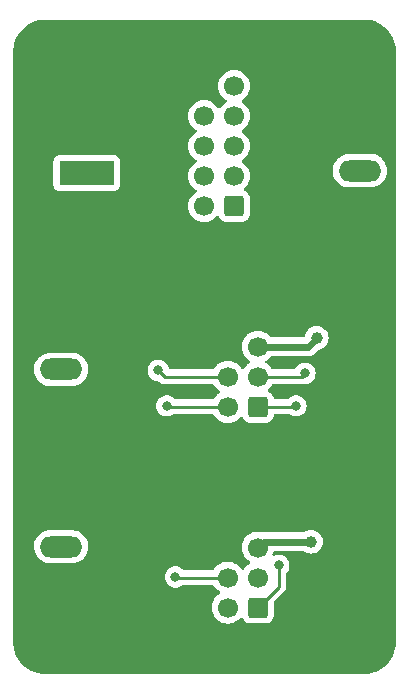
<source format=gbr>
%TF.GenerationSoftware,KiCad,Pcbnew,(7.0.0)*%
%TF.CreationDate,2023-04-03T13:39:18+09:00*%
%TF.ProjectId,STEP800_brakeConverter,53544550-3830-4305-9f62-72616b65436f,rev?*%
%TF.SameCoordinates,Original*%
%TF.FileFunction,Copper,L2,Bot*%
%TF.FilePolarity,Positive*%
%FSLAX46Y46*%
G04 Gerber Fmt 4.6, Leading zero omitted, Abs format (unit mm)*
G04 Created by KiCad (PCBNEW (7.0.0)) date 2023-04-03 13:39:18*
%MOMM*%
%LPD*%
G01*
G04 APERTURE LIST*
G04 Aperture macros list*
%AMRoundRect*
0 Rectangle with rounded corners*
0 $1 Rounding radius*
0 $2 $3 $4 $5 $6 $7 $8 $9 X,Y pos of 4 corners*
0 Add a 4 corners polygon primitive as box body*
4,1,4,$2,$3,$4,$5,$6,$7,$8,$9,$2,$3,0*
0 Add four circle primitives for the rounded corners*
1,1,$1+$1,$2,$3*
1,1,$1+$1,$4,$5*
1,1,$1+$1,$6,$7*
1,1,$1+$1,$8,$9*
0 Add four rect primitives between the rounded corners*
20,1,$1+$1,$2,$3,$4,$5,0*
20,1,$1+$1,$4,$5,$6,$7,0*
20,1,$1+$1,$6,$7,$8,$9,0*
20,1,$1+$1,$8,$9,$2,$3,0*%
G04 Aperture macros list end*
%TA.AperFunction,ComponentPad*%
%ADD10C,3.600000*%
%TD*%
%TA.AperFunction,ConnectorPad*%
%ADD11C,6.400000*%
%TD*%
%TA.AperFunction,ComponentPad*%
%ADD12R,4.600000X2.000000*%
%TD*%
%TA.AperFunction,ComponentPad*%
%ADD13O,4.200000X2.000000*%
%TD*%
%TA.AperFunction,ComponentPad*%
%ADD14O,2.000000X4.200000*%
%TD*%
%TA.AperFunction,ComponentPad*%
%ADD15RoundRect,0.250000X0.600000X0.600000X-0.600000X0.600000X-0.600000X-0.600000X0.600000X-0.600000X0*%
%TD*%
%TA.AperFunction,ComponentPad*%
%ADD16C,1.700000*%
%TD*%
%TA.AperFunction,ComponentPad*%
%ADD17RoundRect,0.250000X-1.550000X0.650000X-1.550000X-0.650000X1.550000X-0.650000X1.550000X0.650000X0*%
%TD*%
%TA.AperFunction,ComponentPad*%
%ADD18O,3.600000X1.800000*%
%TD*%
%TA.AperFunction,ComponentPad*%
%ADD19RoundRect,0.250000X1.550000X-0.650000X1.550000X0.650000X-1.550000X0.650000X-1.550000X-0.650000X0*%
%TD*%
%TA.AperFunction,ViaPad*%
%ADD20C,0.800000*%
%TD*%
%TA.AperFunction,ViaPad*%
%ADD21C,1.000000*%
%TD*%
%TA.AperFunction,Conductor*%
%ADD22C,0.250000*%
%TD*%
%TA.AperFunction,Conductor*%
%ADD23C,1.000000*%
%TD*%
%TA.AperFunction,Conductor*%
%ADD24C,0.600000*%
%TD*%
G04 APERTURE END LIST*
D10*
%TO.P,H1,1,1*%
%TO.N,GND*%
X84000000Y-136000000D03*
D11*
X84000000Y-136000000D03*
%TD*%
D12*
%TO.P,J4,1*%
%TO.N,Net-(J5-Pin_2)*%
X86499999Y-97299999D03*
D13*
%TO.P,J4,2*%
%TO.N,GND*%
X86499999Y-90999999D03*
D14*
%TO.P,J4,3*%
X81699999Y-94399999D03*
%TD*%
D10*
%TO.P,H3,1,1*%
%TO.N,GND*%
X84000000Y-103000000D03*
D11*
X84000000Y-103000000D03*
%TD*%
%TO.P,H2,1,1*%
%TO.N,GND*%
X109000000Y-88000000D03*
D10*
X109000000Y-88000000D03*
%TD*%
D15*
%TO.P,J3,1,Pin_1*%
%TO.N,Net-(J1-Pin_5)*%
X101000000Y-117080000D03*
D16*
%TO.P,J3,2,Pin_2*%
%TO.N,Net-(J1-Pin_6)*%
X98460000Y-117080000D03*
%TO.P,J3,3,Pin_3*%
%TO.N,Net-(J1-Pin_7)*%
X101000000Y-114540000D03*
%TO.P,J3,4,Pin_4*%
%TO.N,Net-(J1-Pin_8)*%
X98460000Y-114540000D03*
%TO.P,J3,5,Pin_5*%
%TO.N,+3.3V*%
X101000000Y-112000000D03*
%TO.P,J3,6,Pin_6*%
%TO.N,GND*%
X98460000Y-112000000D03*
%TD*%
D10*
%TO.P,H4,1,1*%
%TO.N,GND*%
X109000000Y-136000000D03*
D11*
X109000000Y-136000000D03*
%TD*%
D17*
%TO.P,J6,1,Pin_1*%
%TO.N,GND*%
X84357500Y-110112500D03*
D18*
%TO.P,J6,2,Pin_2*%
%TO.N,Net-(J5-Pin_2)*%
X84357499Y-113922499D03*
%TD*%
D15*
%TO.P,J2,1,Pin_1*%
%TO.N,Net-(J1-Pin_1)*%
X101000000Y-134080000D03*
D16*
%TO.P,J2,2,Pin_2*%
%TO.N,Net-(J1-Pin_2)*%
X98460000Y-134080000D03*
%TO.P,J2,3,Pin_3*%
%TO.N,Net-(J1-Pin_3)*%
X101000000Y-131540000D03*
%TO.P,J2,4,Pin_4*%
%TO.N,Net-(J1-Pin_4)*%
X98460000Y-131540000D03*
%TO.P,J2,5,Pin_5*%
%TO.N,+3.3V*%
X101000000Y-129000000D03*
%TO.P,J2,6,Pin_6*%
%TO.N,GND*%
X98460000Y-129000000D03*
%TD*%
D15*
%TO.P,J1,1,Pin_1*%
%TO.N,Net-(J1-Pin_1)*%
X99000000Y-100080000D03*
D16*
%TO.P,J1,2,Pin_2*%
%TO.N,Net-(J1-Pin_2)*%
X96460000Y-100080000D03*
%TO.P,J1,3,Pin_3*%
%TO.N,Net-(J1-Pin_3)*%
X99000000Y-97540000D03*
%TO.P,J1,4,Pin_4*%
%TO.N,Net-(J1-Pin_4)*%
X96460000Y-97540000D03*
%TO.P,J1,5,Pin_5*%
%TO.N,Net-(J1-Pin_5)*%
X99000000Y-95000000D03*
%TO.P,J1,6,Pin_6*%
%TO.N,Net-(J1-Pin_6)*%
X96460000Y-95000000D03*
%TO.P,J1,7,Pin_7*%
%TO.N,Net-(J1-Pin_7)*%
X99000000Y-92460000D03*
%TO.P,J1,8,Pin_8*%
%TO.N,Net-(J1-Pin_8)*%
X96460000Y-92460000D03*
%TO.P,J1,9,Pin_9*%
%TO.N,+3.3V*%
X99000000Y-89920000D03*
%TO.P,J1,10,Pin_10*%
%TO.N,GND*%
X96460000Y-89920000D03*
%TD*%
D19*
%TO.P,J5,1,Pin_1*%
%TO.N,GND*%
X109642500Y-100887500D03*
D18*
%TO.P,J5,2,Pin_2*%
%TO.N,Net-(J5-Pin_2)*%
X109642499Y-97077499D03*
%TD*%
D17*
%TO.P,J7,1,Pin_1*%
%TO.N,GND*%
X84357500Y-125112500D03*
D18*
%TO.P,J7,2,Pin_2*%
%TO.N,Net-(J5-Pin_2)*%
X84357499Y-128922499D03*
%TD*%
D20*
%TO.N,Net-(J1-Pin_1)*%
X102775500Y-130500000D03*
%TO.N,Net-(J1-Pin_4)*%
X94025500Y-131500000D03*
%TO.N,Net-(J1-Pin_5)*%
X104224500Y-117000000D03*
%TO.N,Net-(J1-Pin_6)*%
X93301000Y-117000000D03*
%TO.N,Net-(J1-Pin_7)*%
X105000000Y-114250000D03*
%TO.N,Net-(J1-Pin_8)*%
X92576500Y-114000000D03*
D21*
%TO.N,+3.3V*%
X105500000Y-128500000D03*
X106000000Y-111250000D03*
%TD*%
D22*
%TO.N,GND*%
X91330000Y-89920000D02*
X90250000Y-91000000D01*
X109000000Y-136000000D02*
X84000000Y-136000000D01*
D23*
X84357500Y-110112500D02*
X84357500Y-103357500D01*
X84000000Y-103000000D02*
X107530000Y-103000000D01*
X84357500Y-103357500D02*
X84000000Y-103000000D01*
D22*
X81700000Y-94400000D02*
X81700000Y-91300000D01*
D23*
X81500000Y-110000000D02*
X84245000Y-110000000D01*
D22*
X97000000Y-88000000D02*
X96460000Y-88540000D01*
X96460000Y-89920000D02*
X91330000Y-89920000D01*
X89362500Y-125112500D02*
X84357500Y-125112500D01*
X91000000Y-133750000D02*
X91000000Y-131250000D01*
X109000000Y-88000000D02*
X97000000Y-88000000D01*
X84000000Y-99250000D02*
X84000000Y-103000000D01*
X81700000Y-94400000D02*
X81700000Y-96950000D01*
X84000000Y-136000000D02*
X88750000Y-136000000D01*
X96460000Y-88540000D02*
X96460000Y-89920000D01*
X93250000Y-129000000D02*
X98460000Y-129000000D01*
X82000000Y-91000000D02*
X86500000Y-91000000D01*
X81700000Y-96950000D02*
X84000000Y-99250000D01*
X81700000Y-91300000D02*
X82000000Y-91000000D01*
X91000000Y-131250000D02*
X93250000Y-129000000D01*
D23*
X84357500Y-125112500D02*
X84112500Y-125112500D01*
X107530000Y-103000000D02*
X109642500Y-100887500D01*
D22*
X90250000Y-91000000D02*
X86500000Y-91000000D01*
D23*
X84112500Y-125112500D02*
X81500000Y-122500000D01*
X81500000Y-122500000D02*
X81500000Y-110000000D01*
X84245000Y-110000000D02*
X84357500Y-110112500D01*
D22*
X88750000Y-136000000D02*
X91000000Y-133750000D01*
X93250000Y-129000000D02*
X89362500Y-125112500D01*
%TO.N,Net-(J1-Pin_1)*%
X102775500Y-132304500D02*
X101000000Y-134080000D01*
X102775500Y-130500000D02*
X102775500Y-132304500D01*
%TO.N,Net-(J1-Pin_4)*%
X94065500Y-131540000D02*
X98460000Y-131540000D01*
X94025500Y-131500000D02*
X94065500Y-131540000D01*
%TO.N,Net-(J1-Pin_5)*%
X104144500Y-117080000D02*
X104224500Y-117000000D01*
X101000000Y-117080000D02*
X104144500Y-117080000D01*
%TO.N,Net-(J1-Pin_6)*%
X93381000Y-117080000D02*
X98460000Y-117080000D01*
X93301000Y-117000000D02*
X93381000Y-117080000D01*
%TO.N,Net-(J1-Pin_7)*%
X104710000Y-114540000D02*
X101000000Y-114540000D01*
X105000000Y-114250000D02*
X104710000Y-114540000D01*
%TO.N,Net-(J1-Pin_8)*%
X93116500Y-114540000D02*
X98460000Y-114540000D01*
X92576500Y-114000000D02*
X93116500Y-114540000D01*
D24*
%TO.N,+3.3V*%
X101000000Y-112000000D02*
X105250000Y-112000000D01*
X101500000Y-128500000D02*
X101000000Y-129000000D01*
X105500000Y-128500000D02*
X101500000Y-128500000D01*
X105250000Y-112000000D02*
X106000000Y-111250000D01*
%TD*%
%TA.AperFunction,Conductor*%
%TO.N,GND*%
G36*
X110003472Y-84300695D02*
G01*
X110295306Y-84317084D01*
X110309103Y-84318638D01*
X110593827Y-84367015D01*
X110607384Y-84370109D01*
X110884899Y-84450060D01*
X110898025Y-84454653D01*
X111164841Y-84565172D01*
X111177355Y-84571198D01*
X111343444Y-84662992D01*
X111430125Y-84710899D01*
X111441899Y-84718297D01*
X111677430Y-84885415D01*
X111688302Y-84894085D01*
X111903642Y-85086524D01*
X111913475Y-85096357D01*
X112105914Y-85311697D01*
X112114584Y-85322569D01*
X112281702Y-85558100D01*
X112289100Y-85569874D01*
X112428797Y-85822637D01*
X112434830Y-85835165D01*
X112545346Y-86101975D01*
X112549939Y-86115100D01*
X112629890Y-86392615D01*
X112632984Y-86406172D01*
X112681359Y-86690885D01*
X112682916Y-86704703D01*
X112699305Y-86996528D01*
X112699500Y-87003481D01*
X112699500Y-136996519D01*
X112699305Y-137003472D01*
X112682916Y-137295296D01*
X112681359Y-137309114D01*
X112632984Y-137593827D01*
X112629890Y-137607384D01*
X112549939Y-137884899D01*
X112545346Y-137898024D01*
X112434830Y-138164834D01*
X112428797Y-138177362D01*
X112289100Y-138430125D01*
X112281702Y-138441899D01*
X112114584Y-138677430D01*
X112105914Y-138688302D01*
X111913475Y-138903642D01*
X111903642Y-138913475D01*
X111688302Y-139105914D01*
X111677430Y-139114584D01*
X111441899Y-139281702D01*
X111430125Y-139289100D01*
X111177362Y-139428797D01*
X111164834Y-139434830D01*
X110898024Y-139545346D01*
X110884899Y-139549939D01*
X110607384Y-139629890D01*
X110593827Y-139632984D01*
X110309114Y-139681359D01*
X110295296Y-139682916D01*
X110003472Y-139699305D01*
X109996519Y-139699500D01*
X83003481Y-139699500D01*
X82996528Y-139699305D01*
X82704703Y-139682916D01*
X82690885Y-139681359D01*
X82406172Y-139632984D01*
X82392615Y-139629890D01*
X82115100Y-139549939D01*
X82101975Y-139545346D01*
X81835165Y-139434830D01*
X81822637Y-139428797D01*
X81569874Y-139289100D01*
X81558100Y-139281702D01*
X81322569Y-139114584D01*
X81311697Y-139105914D01*
X81096357Y-138913475D01*
X81086524Y-138903642D01*
X80894085Y-138688302D01*
X80885415Y-138677430D01*
X80718297Y-138441899D01*
X80710899Y-138430125D01*
X80571202Y-138177362D01*
X80565172Y-138164841D01*
X80454653Y-137898024D01*
X80450060Y-137884899D01*
X80370109Y-137607384D01*
X80367015Y-137593827D01*
X80353965Y-137517020D01*
X80318638Y-137309103D01*
X80317084Y-137295306D01*
X80300695Y-137003472D01*
X80300500Y-136996519D01*
X80300500Y-131500000D01*
X93120040Y-131500000D01*
X93120719Y-131506460D01*
X93139146Y-131681795D01*
X93139147Y-131681803D01*
X93139826Y-131688256D01*
X93141831Y-131694428D01*
X93141833Y-131694435D01*
X93196313Y-131862105D01*
X93198321Y-131868284D01*
X93292967Y-132032216D01*
X93419629Y-132172888D01*
X93424887Y-132176708D01*
X93424888Y-132176709D01*
X93442056Y-132189182D01*
X93572770Y-132284151D01*
X93745697Y-132361144D01*
X93930854Y-132400500D01*
X94113643Y-132400500D01*
X94120146Y-132400500D01*
X94305303Y-132361144D01*
X94478230Y-132284151D01*
X94608944Y-132189181D01*
X94643511Y-132171569D01*
X94681829Y-132165500D01*
X97184772Y-132165500D01*
X97242029Y-132179511D01*
X97286347Y-132218376D01*
X97418399Y-132406966D01*
X97418402Y-132406970D01*
X97421505Y-132411401D01*
X97588599Y-132578495D01*
X97593032Y-132581599D01*
X97593038Y-132581604D01*
X97774158Y-132708425D01*
X97813024Y-132752743D01*
X97827035Y-132810000D01*
X97813024Y-132867257D01*
X97774159Y-132911575D01*
X97593041Y-133038395D01*
X97588599Y-133041505D01*
X97584775Y-133045328D01*
X97584769Y-133045334D01*
X97425334Y-133204769D01*
X97425328Y-133204775D01*
X97421505Y-133208599D01*
X97418402Y-133213029D01*
X97418399Y-133213034D01*
X97289073Y-133397731D01*
X97289068Y-133397738D01*
X97285965Y-133402171D01*
X97283677Y-133407077D01*
X97283675Y-133407081D01*
X97188386Y-133611427D01*
X97188383Y-133611432D01*
X97186097Y-133616337D01*
X97184698Y-133621557D01*
X97184694Y-133621569D01*
X97126337Y-133839365D01*
X97126335Y-133839371D01*
X97124937Y-133844592D01*
X97104341Y-134080000D01*
X97124937Y-134315408D01*
X97126336Y-134320630D01*
X97126337Y-134320634D01*
X97184694Y-134538430D01*
X97184697Y-134538438D01*
X97186097Y-134543663D01*
X97188385Y-134548570D01*
X97188386Y-134548572D01*
X97283678Y-134752927D01*
X97283681Y-134752933D01*
X97285965Y-134757830D01*
X97289064Y-134762257D01*
X97289066Y-134762259D01*
X97418399Y-134946966D01*
X97418402Y-134946970D01*
X97421505Y-134951401D01*
X97588599Y-135118495D01*
X97782170Y-135254035D01*
X97996337Y-135353903D01*
X98224592Y-135415063D01*
X98460000Y-135435659D01*
X98695408Y-135415063D01*
X98923663Y-135353903D01*
X99137830Y-135254035D01*
X99331401Y-135118495D01*
X99498495Y-134951401D01*
X99500154Y-134949030D01*
X99552891Y-134912388D01*
X99617757Y-134907423D01*
X99676210Y-134935982D01*
X99709454Y-134986122D01*
X99709862Y-134985933D01*
X99711125Y-134988643D01*
X99712160Y-134990203D01*
X99715186Y-134999334D01*
X99718977Y-135005480D01*
X99803497Y-135142511D01*
X99803500Y-135142515D01*
X99807288Y-135148656D01*
X99931344Y-135272712D01*
X99937485Y-135276500D01*
X99937488Y-135276502D01*
X99994558Y-135311702D01*
X100080666Y-135364814D01*
X100247203Y-135419999D01*
X100349991Y-135430500D01*
X101650008Y-135430499D01*
X101752797Y-135419999D01*
X101919334Y-135364814D01*
X102068656Y-135272712D01*
X102192712Y-135148656D01*
X102284814Y-134999334D01*
X102339999Y-134832797D01*
X102350500Y-134730009D01*
X102350499Y-133665451D01*
X102359938Y-133617999D01*
X102386815Y-133577774D01*
X103162811Y-132801778D01*
X103170981Y-132794344D01*
X103177377Y-132790286D01*
X103223418Y-132741256D01*
X103226035Y-132738554D01*
X103245620Y-132718971D01*
X103248085Y-132715792D01*
X103255667Y-132706916D01*
X103264266Y-132697759D01*
X103285562Y-132675082D01*
X103295213Y-132657523D01*
X103305890Y-132641270D01*
X103318173Y-132625436D01*
X103335518Y-132585352D01*
X103340651Y-132574871D01*
X103361697Y-132536592D01*
X103366679Y-132517184D01*
X103372982Y-132498776D01*
X103380937Y-132480396D01*
X103387771Y-132437244D01*
X103390133Y-132425838D01*
X103401000Y-132383519D01*
X103401000Y-132363483D01*
X103402527Y-132344085D01*
X103404439Y-132332013D01*
X103404438Y-132332013D01*
X103405660Y-132324304D01*
X103401550Y-132280824D01*
X103401000Y-132269155D01*
X103401000Y-131198687D01*
X103409236Y-131154249D01*
X103432850Y-131115715D01*
X103508033Y-131032216D01*
X103602679Y-130868284D01*
X103661174Y-130688256D01*
X103680960Y-130500000D01*
X103662357Y-130323000D01*
X103661853Y-130318204D01*
X103661852Y-130318203D01*
X103661174Y-130311744D01*
X103602679Y-130131716D01*
X103508033Y-129967784D01*
X103480544Y-129937255D01*
X103385720Y-129831942D01*
X103385719Y-129831941D01*
X103381371Y-129827112D01*
X103376113Y-129823292D01*
X103376111Y-129823290D01*
X103233488Y-129719669D01*
X103233487Y-129719668D01*
X103228230Y-129715849D01*
X103222292Y-129713205D01*
X103061245Y-129641501D01*
X103061240Y-129641499D01*
X103055303Y-129638856D01*
X103048944Y-129637504D01*
X103048940Y-129637503D01*
X102876508Y-129600852D01*
X102876505Y-129600851D01*
X102870146Y-129599500D01*
X102680854Y-129599500D01*
X102674495Y-129600851D01*
X102674491Y-129600852D01*
X102502059Y-129637503D01*
X102502052Y-129637505D01*
X102495697Y-129638856D01*
X102489760Y-129641499D01*
X102489758Y-129641500D01*
X102415671Y-129674486D01*
X102357017Y-129684933D01*
X102300261Y-129666820D01*
X102258503Y-129624326D01*
X102241384Y-129567262D01*
X102252855Y-129508800D01*
X102254468Y-129505341D01*
X102273903Y-129463663D01*
X102292996Y-129392405D01*
X102317781Y-129344794D01*
X102360366Y-129312118D01*
X102412771Y-129300500D01*
X104853947Y-129300500D01*
X104895721Y-129307749D01*
X104932612Y-129328647D01*
X104941462Y-129335910D01*
X104946834Y-129338781D01*
X104946838Y-129338784D01*
X105047158Y-129392406D01*
X105115273Y-129428814D01*
X105303868Y-129486024D01*
X105500000Y-129505341D01*
X105696132Y-129486024D01*
X105884727Y-129428814D01*
X106058538Y-129335910D01*
X106210883Y-129210883D01*
X106335910Y-129058538D01*
X106428814Y-128884727D01*
X106486024Y-128696132D01*
X106505341Y-128500000D01*
X106486024Y-128303868D01*
X106428814Y-128115273D01*
X106366191Y-127998114D01*
X106338784Y-127946838D01*
X106338781Y-127946834D01*
X106335910Y-127941462D01*
X106210883Y-127789117D01*
X106169811Y-127755410D01*
X106063250Y-127667957D01*
X106063249Y-127667956D01*
X106058538Y-127664090D01*
X106053167Y-127661219D01*
X106053161Y-127661215D01*
X105890099Y-127574057D01*
X105890095Y-127574055D01*
X105884727Y-127571186D01*
X105878899Y-127569418D01*
X105701962Y-127515744D01*
X105701957Y-127515743D01*
X105696132Y-127513976D01*
X105690073Y-127513379D01*
X105690067Y-127513378D01*
X105506062Y-127495256D01*
X105500000Y-127494659D01*
X105493938Y-127495256D01*
X105309932Y-127513378D01*
X105309924Y-127513379D01*
X105303868Y-127513976D01*
X105298044Y-127515742D01*
X105298037Y-127515744D01*
X105121100Y-127569418D01*
X105121096Y-127569419D01*
X105115273Y-127571186D01*
X105109907Y-127574053D01*
X105109900Y-127574057D01*
X104946838Y-127661215D01*
X104946827Y-127661222D01*
X104941462Y-127664090D01*
X104936754Y-127667953D01*
X104936749Y-127667957D01*
X104932612Y-127671353D01*
X104895721Y-127692251D01*
X104853947Y-127699500D01*
X101590194Y-127699500D01*
X101409806Y-127699500D01*
X101403139Y-127701021D01*
X101357240Y-127697581D01*
X101240634Y-127666337D01*
X101240630Y-127666336D01*
X101235408Y-127664937D01*
X101230020Y-127664465D01*
X101230017Y-127664465D01*
X101005395Y-127644813D01*
X101000000Y-127644341D01*
X100994605Y-127644813D01*
X100769982Y-127664465D01*
X100769977Y-127664465D01*
X100764592Y-127664937D01*
X100759371Y-127666335D01*
X100759365Y-127666337D01*
X100541569Y-127724694D01*
X100541557Y-127724698D01*
X100536337Y-127726097D01*
X100531432Y-127728383D01*
X100531427Y-127728386D01*
X100327081Y-127823675D01*
X100327077Y-127823677D01*
X100322171Y-127825965D01*
X100317738Y-127829068D01*
X100317731Y-127829073D01*
X100133034Y-127958399D01*
X100133029Y-127958402D01*
X100128599Y-127961505D01*
X100124775Y-127965328D01*
X100124769Y-127965334D01*
X99965334Y-128124769D01*
X99965328Y-128124775D01*
X99961505Y-128128599D01*
X99958402Y-128133029D01*
X99958399Y-128133034D01*
X99829073Y-128317731D01*
X99829068Y-128317738D01*
X99825965Y-128322171D01*
X99823677Y-128327077D01*
X99823675Y-128327081D01*
X99728386Y-128531427D01*
X99728383Y-128531432D01*
X99726097Y-128536337D01*
X99724698Y-128541557D01*
X99724694Y-128541569D01*
X99666337Y-128759365D01*
X99666335Y-128759371D01*
X99664937Y-128764592D01*
X99664465Y-128769977D01*
X99664465Y-128769982D01*
X99654936Y-128878899D01*
X99644341Y-129000000D01*
X99644813Y-129005395D01*
X99652719Y-129095766D01*
X99664937Y-129235408D01*
X99666336Y-129240630D01*
X99666337Y-129240634D01*
X99724694Y-129458430D01*
X99724697Y-129458438D01*
X99726097Y-129463663D01*
X99728385Y-129468570D01*
X99728386Y-129468572D01*
X99823678Y-129672927D01*
X99823681Y-129672933D01*
X99825965Y-129677830D01*
X99829064Y-129682257D01*
X99829066Y-129682259D01*
X99958399Y-129866966D01*
X99958402Y-129866970D01*
X99961505Y-129871401D01*
X100128599Y-130038495D01*
X100133032Y-130041599D01*
X100133038Y-130041604D01*
X100314158Y-130168425D01*
X100353024Y-130212743D01*
X100367035Y-130270000D01*
X100353024Y-130327257D01*
X100314158Y-130371575D01*
X100128599Y-130501505D01*
X100124775Y-130505328D01*
X100124769Y-130505334D01*
X99965334Y-130664769D01*
X99965328Y-130664775D01*
X99961505Y-130668599D01*
X99958402Y-130673029D01*
X99958399Y-130673034D01*
X99831575Y-130854159D01*
X99787257Y-130893025D01*
X99730000Y-130907036D01*
X99672743Y-130893025D01*
X99628425Y-130854159D01*
X99534254Y-130719669D01*
X99498495Y-130668599D01*
X99331401Y-130501505D01*
X99326970Y-130498402D01*
X99326966Y-130498399D01*
X99142259Y-130369066D01*
X99142257Y-130369064D01*
X99137830Y-130365965D01*
X99132933Y-130363681D01*
X99132927Y-130363678D01*
X98928572Y-130268386D01*
X98928570Y-130268385D01*
X98923663Y-130266097D01*
X98918438Y-130264697D01*
X98918430Y-130264694D01*
X98700634Y-130206337D01*
X98700630Y-130206336D01*
X98695408Y-130204937D01*
X98690020Y-130204465D01*
X98690017Y-130204465D01*
X98465395Y-130184813D01*
X98460000Y-130184341D01*
X98454605Y-130184813D01*
X98229982Y-130204465D01*
X98229977Y-130204465D01*
X98224592Y-130204937D01*
X98219371Y-130206335D01*
X98219365Y-130206337D01*
X98001569Y-130264694D01*
X98001557Y-130264698D01*
X97996337Y-130266097D01*
X97991432Y-130268383D01*
X97991427Y-130268386D01*
X97787081Y-130363675D01*
X97787077Y-130363677D01*
X97782171Y-130365965D01*
X97777738Y-130369068D01*
X97777731Y-130369073D01*
X97593034Y-130498399D01*
X97593029Y-130498402D01*
X97588599Y-130501505D01*
X97584775Y-130505328D01*
X97584769Y-130505334D01*
X97425334Y-130664769D01*
X97425328Y-130664775D01*
X97421505Y-130668599D01*
X97418402Y-130673029D01*
X97418399Y-130673034D01*
X97329519Y-130799968D01*
X97307132Y-130831942D01*
X97286349Y-130861623D01*
X97242031Y-130900489D01*
X97184774Y-130914500D01*
X94765264Y-130914500D01*
X94714829Y-130903780D01*
X94673114Y-130873472D01*
X94635720Y-130831942D01*
X94635719Y-130831941D01*
X94631371Y-130827112D01*
X94626113Y-130823292D01*
X94626111Y-130823290D01*
X94483488Y-130719669D01*
X94483487Y-130719668D01*
X94478230Y-130715849D01*
X94472292Y-130713205D01*
X94311245Y-130641501D01*
X94311240Y-130641499D01*
X94305303Y-130638856D01*
X94298944Y-130637504D01*
X94298940Y-130637503D01*
X94126508Y-130600852D01*
X94126505Y-130600851D01*
X94120146Y-130599500D01*
X93930854Y-130599500D01*
X93924495Y-130600851D01*
X93924491Y-130600852D01*
X93752059Y-130637503D01*
X93752052Y-130637505D01*
X93745697Y-130638856D01*
X93739762Y-130641498D01*
X93739754Y-130641501D01*
X93578707Y-130713205D01*
X93578702Y-130713207D01*
X93572770Y-130715849D01*
X93567516Y-130719665D01*
X93567511Y-130719669D01*
X93424888Y-130823290D01*
X93424881Y-130823295D01*
X93419629Y-130827112D01*
X93415284Y-130831937D01*
X93415279Y-130831942D01*
X93297313Y-130962956D01*
X93297308Y-130962962D01*
X93292967Y-130967784D01*
X93289722Y-130973404D01*
X93289718Y-130973410D01*
X93201569Y-131126089D01*
X93201566Y-131126094D01*
X93198321Y-131131716D01*
X93196315Y-131137888D01*
X93196313Y-131137894D01*
X93141833Y-131305564D01*
X93141831Y-131305573D01*
X93139826Y-131311744D01*
X93139148Y-131318194D01*
X93139146Y-131318204D01*
X93121462Y-131486464D01*
X93120040Y-131500000D01*
X80300500Y-131500000D01*
X80300500Y-128862846D01*
X82053202Y-128862846D01*
X82053425Y-128868100D01*
X82053425Y-128868105D01*
X82058799Y-128994605D01*
X82063320Y-129101032D01*
X82064427Y-129106173D01*
X82064429Y-129106181D01*
X82112435Y-129328928D01*
X82113546Y-129334081D01*
X82115511Y-129338971D01*
X82183754Y-129508800D01*
X82202436Y-129555290D01*
X82205192Y-129559766D01*
X82205193Y-129559768D01*
X82324672Y-129753815D01*
X82324675Y-129753819D01*
X82327431Y-129758295D01*
X82484936Y-129937255D01*
X82670420Y-130087023D01*
X82878546Y-130203290D01*
X83103329Y-130282711D01*
X83338300Y-130323000D01*
X85314366Y-130323000D01*
X85316997Y-130323000D01*
X85495041Y-130307846D01*
X85725749Y-130247775D01*
X85942986Y-130149577D01*
X86140503Y-130016079D01*
X86312618Y-129851121D01*
X86454379Y-129659447D01*
X86561707Y-129446574D01*
X86631516Y-129218623D01*
X86661798Y-128982154D01*
X86651680Y-128743968D01*
X86601454Y-128510919D01*
X86512564Y-128289710D01*
X86387569Y-128086705D01*
X86230064Y-127907745D01*
X86044580Y-127757977D01*
X85937886Y-127698374D01*
X85841051Y-127644278D01*
X85841050Y-127644277D01*
X85836454Y-127641710D01*
X85831488Y-127639955D01*
X85831485Y-127639954D01*
X85616640Y-127564044D01*
X85616632Y-127564042D01*
X85611671Y-127562289D01*
X85606481Y-127561399D01*
X85606473Y-127561397D01*
X85381893Y-127522890D01*
X85381888Y-127522889D01*
X85376700Y-127522000D01*
X83398003Y-127522000D01*
X83395387Y-127522222D01*
X83395378Y-127522223D01*
X83225212Y-127536706D01*
X83225201Y-127536707D01*
X83219959Y-127537154D01*
X83214860Y-127538481D01*
X83214858Y-127538482D01*
X82994346Y-127595898D01*
X82994341Y-127595899D01*
X82989251Y-127597225D01*
X82984458Y-127599391D01*
X82984451Y-127599394D01*
X82776817Y-127693251D01*
X82776808Y-127693255D01*
X82772014Y-127695423D01*
X82767651Y-127698371D01*
X82767647Y-127698374D01*
X82578864Y-127825969D01*
X82578860Y-127825971D01*
X82574497Y-127828921D01*
X82570697Y-127832562D01*
X82570692Y-127832567D01*
X82406185Y-127990233D01*
X82406178Y-127990240D01*
X82402382Y-127993879D01*
X82399254Y-127998108D01*
X82399249Y-127998114D01*
X82263754Y-128181315D01*
X82263747Y-128181326D01*
X82260621Y-128185553D01*
X82258252Y-128190250D01*
X82258248Y-128190258D01*
X82189264Y-128327081D01*
X82153293Y-128398426D01*
X82151752Y-128403456D01*
X82151751Y-128403460D01*
X82085026Y-128621340D01*
X82085024Y-128621346D01*
X82083484Y-128626377D01*
X82082815Y-128631598D01*
X82082815Y-128631600D01*
X82066454Y-128759365D01*
X82053202Y-128862846D01*
X80300500Y-128862846D01*
X80300500Y-113862846D01*
X82053202Y-113862846D01*
X82053425Y-113868100D01*
X82053425Y-113868105D01*
X82061651Y-114061744D01*
X82063320Y-114101032D01*
X82064427Y-114106173D01*
X82064429Y-114106181D01*
X82095425Y-114250000D01*
X82113546Y-114334081D01*
X82115511Y-114338971D01*
X82195103Y-114537043D01*
X82202436Y-114555290D01*
X82205192Y-114559766D01*
X82205193Y-114559768D01*
X82324672Y-114753815D01*
X82324675Y-114753819D01*
X82327431Y-114758295D01*
X82330904Y-114762241D01*
X82330907Y-114762245D01*
X82346824Y-114780330D01*
X82484936Y-114937255D01*
X82670420Y-115087023D01*
X82878546Y-115203290D01*
X83103329Y-115282711D01*
X83338300Y-115323000D01*
X85314366Y-115323000D01*
X85316997Y-115323000D01*
X85495041Y-115307846D01*
X85725749Y-115247775D01*
X85942986Y-115149577D01*
X86140503Y-115016079D01*
X86312618Y-114851121D01*
X86454379Y-114659447D01*
X86561707Y-114446574D01*
X86631516Y-114218623D01*
X86659513Y-114000000D01*
X91671040Y-114000000D01*
X91671719Y-114006460D01*
X91690146Y-114181795D01*
X91690147Y-114181803D01*
X91690826Y-114188256D01*
X91692831Y-114194428D01*
X91692833Y-114194435D01*
X91747313Y-114362105D01*
X91749321Y-114368284D01*
X91752568Y-114373908D01*
X91752569Y-114373910D01*
X91794521Y-114446574D01*
X91843967Y-114532216D01*
X91848311Y-114537041D01*
X91848313Y-114537043D01*
X91962342Y-114663684D01*
X91970629Y-114672888D01*
X92123770Y-114784151D01*
X92296697Y-114861144D01*
X92481854Y-114900500D01*
X92539403Y-114900500D01*
X92592200Y-114912302D01*
X92630551Y-114942050D01*
X92630714Y-114941877D01*
X92636398Y-114947215D01*
X92636400Y-114947217D01*
X92679723Y-114987900D01*
X92682519Y-114990610D01*
X92702029Y-115010120D01*
X92705209Y-115012587D01*
X92714071Y-115020155D01*
X92727520Y-115032785D01*
X92740232Y-115044723D01*
X92740234Y-115044724D01*
X92745918Y-115050062D01*
X92752751Y-115053818D01*
X92752752Y-115053819D01*
X92763473Y-115059713D01*
X92779734Y-115070394D01*
X92795564Y-115082673D01*
X92835655Y-115100021D01*
X92846135Y-115105155D01*
X92884408Y-115126197D01*
X92903816Y-115131180D01*
X92922219Y-115137481D01*
X92933444Y-115142339D01*
X92933446Y-115142339D01*
X92940604Y-115145437D01*
X92983758Y-115152271D01*
X92995144Y-115154629D01*
X93037481Y-115165500D01*
X93057517Y-115165500D01*
X93076915Y-115167027D01*
X93088986Y-115168939D01*
X93088987Y-115168939D01*
X93096696Y-115170160D01*
X93134776Y-115166560D01*
X93140176Y-115166050D01*
X93151845Y-115165500D01*
X97184772Y-115165500D01*
X97242029Y-115179511D01*
X97286347Y-115218376D01*
X97418399Y-115406966D01*
X97418402Y-115406970D01*
X97421505Y-115411401D01*
X97588599Y-115578495D01*
X97593032Y-115581599D01*
X97593038Y-115581604D01*
X97774158Y-115708425D01*
X97813024Y-115752743D01*
X97827035Y-115810000D01*
X97813024Y-115867257D01*
X97774159Y-115911575D01*
X97593041Y-116038395D01*
X97588599Y-116041505D01*
X97584775Y-116045328D01*
X97584769Y-116045334D01*
X97425334Y-116204769D01*
X97425328Y-116204775D01*
X97421505Y-116208599D01*
X97418402Y-116213029D01*
X97418399Y-116213034D01*
X97286349Y-116401623D01*
X97242031Y-116440489D01*
X97184774Y-116454500D01*
X94076780Y-116454500D01*
X94026345Y-116443780D01*
X93984630Y-116413472D01*
X93911220Y-116331942D01*
X93911219Y-116331941D01*
X93906871Y-116327112D01*
X93901613Y-116323292D01*
X93901611Y-116323290D01*
X93758988Y-116219669D01*
X93758987Y-116219668D01*
X93753730Y-116215849D01*
X93747792Y-116213205D01*
X93586745Y-116141501D01*
X93586740Y-116141499D01*
X93580803Y-116138856D01*
X93574444Y-116137504D01*
X93574440Y-116137503D01*
X93402008Y-116100852D01*
X93402005Y-116100851D01*
X93395646Y-116099500D01*
X93206354Y-116099500D01*
X93199995Y-116100851D01*
X93199991Y-116100852D01*
X93027559Y-116137503D01*
X93027552Y-116137505D01*
X93021197Y-116138856D01*
X93015262Y-116141498D01*
X93015254Y-116141501D01*
X92854207Y-116213205D01*
X92854202Y-116213207D01*
X92848270Y-116215849D01*
X92843016Y-116219665D01*
X92843011Y-116219669D01*
X92700388Y-116323290D01*
X92700381Y-116323295D01*
X92695129Y-116327112D01*
X92690784Y-116331937D01*
X92690779Y-116331942D01*
X92572813Y-116462956D01*
X92572808Y-116462962D01*
X92568467Y-116467784D01*
X92565222Y-116473404D01*
X92565218Y-116473410D01*
X92477069Y-116626089D01*
X92477066Y-116626094D01*
X92473821Y-116631716D01*
X92471815Y-116637888D01*
X92471813Y-116637894D01*
X92417333Y-116805564D01*
X92417331Y-116805573D01*
X92415326Y-116811744D01*
X92414648Y-116818194D01*
X92414646Y-116818204D01*
X92396962Y-116986464D01*
X92395540Y-117000000D01*
X92396219Y-117006460D01*
X92414646Y-117181795D01*
X92414647Y-117181803D01*
X92415326Y-117188256D01*
X92417331Y-117194428D01*
X92417333Y-117194435D01*
X92471813Y-117362105D01*
X92473821Y-117368284D01*
X92568467Y-117532216D01*
X92695129Y-117672888D01*
X92848270Y-117784151D01*
X93021197Y-117861144D01*
X93206354Y-117900500D01*
X93389143Y-117900500D01*
X93395646Y-117900500D01*
X93580803Y-117861144D01*
X93753730Y-117784151D01*
X93829391Y-117729179D01*
X93863955Y-117711569D01*
X93902273Y-117705500D01*
X97184772Y-117705500D01*
X97242029Y-117719511D01*
X97286347Y-117758376D01*
X97418399Y-117946966D01*
X97418402Y-117946970D01*
X97421505Y-117951401D01*
X97588599Y-118118495D01*
X97782170Y-118254035D01*
X97996337Y-118353903D01*
X98224592Y-118415063D01*
X98460000Y-118435659D01*
X98695408Y-118415063D01*
X98923663Y-118353903D01*
X99137830Y-118254035D01*
X99331401Y-118118495D01*
X99498495Y-117951401D01*
X99500154Y-117949030D01*
X99552891Y-117912388D01*
X99617757Y-117907423D01*
X99676210Y-117935982D01*
X99709454Y-117986122D01*
X99709862Y-117985933D01*
X99711125Y-117988643D01*
X99712160Y-117990203D01*
X99715186Y-117999334D01*
X99718977Y-118005480D01*
X99803497Y-118142511D01*
X99803500Y-118142515D01*
X99807288Y-118148656D01*
X99931344Y-118272712D01*
X99937485Y-118276500D01*
X99937488Y-118276502D01*
X99994558Y-118311702D01*
X100080666Y-118364814D01*
X100247203Y-118419999D01*
X100349991Y-118430500D01*
X101650008Y-118430499D01*
X101752797Y-118419999D01*
X101919334Y-118364814D01*
X102068656Y-118272712D01*
X102192712Y-118148656D01*
X102284814Y-117999334D01*
X102339999Y-117832797D01*
X102341623Y-117816899D01*
X102362045Y-117760361D01*
X102406660Y-117720071D01*
X102464981Y-117705500D01*
X103623227Y-117705500D01*
X103661545Y-117711569D01*
X103696108Y-117729179D01*
X103771770Y-117784151D01*
X103944697Y-117861144D01*
X104129854Y-117900500D01*
X104312643Y-117900500D01*
X104319146Y-117900500D01*
X104504303Y-117861144D01*
X104677230Y-117784151D01*
X104830371Y-117672888D01*
X104957033Y-117532216D01*
X105051679Y-117368284D01*
X105110174Y-117188256D01*
X105129960Y-117000000D01*
X105110174Y-116811744D01*
X105051679Y-116631716D01*
X104957033Y-116467784D01*
X104932456Y-116440489D01*
X104834720Y-116331942D01*
X104834719Y-116331941D01*
X104830371Y-116327112D01*
X104825113Y-116323292D01*
X104825111Y-116323290D01*
X104682488Y-116219669D01*
X104682487Y-116219668D01*
X104677230Y-116215849D01*
X104671292Y-116213205D01*
X104510245Y-116141501D01*
X104510240Y-116141499D01*
X104504303Y-116138856D01*
X104497944Y-116137504D01*
X104497940Y-116137503D01*
X104325508Y-116100852D01*
X104325505Y-116100851D01*
X104319146Y-116099500D01*
X104129854Y-116099500D01*
X104123495Y-116100851D01*
X104123491Y-116100852D01*
X103951059Y-116137503D01*
X103951052Y-116137505D01*
X103944697Y-116138856D01*
X103938762Y-116141498D01*
X103938754Y-116141501D01*
X103777707Y-116213205D01*
X103777702Y-116213207D01*
X103771770Y-116215849D01*
X103766516Y-116219665D01*
X103766511Y-116219669D01*
X103623888Y-116323290D01*
X103623881Y-116323295D01*
X103618629Y-116327112D01*
X103614284Y-116331937D01*
X103614279Y-116331942D01*
X103540870Y-116413472D01*
X103499155Y-116443780D01*
X103448720Y-116454500D01*
X102464981Y-116454500D01*
X102406660Y-116439929D01*
X102362045Y-116399640D01*
X102341623Y-116343101D01*
X102340687Y-116333938D01*
X102340686Y-116333937D01*
X102339999Y-116327203D01*
X102284814Y-116160666D01*
X102213677Y-116045334D01*
X102196502Y-116017488D01*
X102196500Y-116017485D01*
X102192712Y-116011344D01*
X102068656Y-115887288D01*
X102062515Y-115883500D01*
X102062511Y-115883497D01*
X101925480Y-115798977D01*
X101919334Y-115795186D01*
X101912478Y-115792914D01*
X101910203Y-115792160D01*
X101908643Y-115791125D01*
X101905933Y-115789862D01*
X101906122Y-115789454D01*
X101855982Y-115756210D01*
X101827423Y-115697757D01*
X101832388Y-115632891D01*
X101869030Y-115580154D01*
X101871401Y-115578495D01*
X102038495Y-115411401D01*
X102173652Y-115218376D01*
X102217971Y-115179511D01*
X102275228Y-115165500D01*
X104632225Y-115165500D01*
X104643280Y-115166021D01*
X104650667Y-115167673D01*
X104717872Y-115165561D01*
X104721768Y-115165500D01*
X104745448Y-115165500D01*
X104749350Y-115165500D01*
X104753313Y-115164999D01*
X104764963Y-115164080D01*
X104808627Y-115162709D01*
X104827861Y-115157119D01*
X104846917Y-115153174D01*
X104866793Y-115150664D01*
X104866916Y-115151638D01*
X104899457Y-115149246D01*
X104905354Y-115150500D01*
X105088143Y-115150500D01*
X105094646Y-115150500D01*
X105279803Y-115111144D01*
X105452730Y-115034151D01*
X105605871Y-114922888D01*
X105732533Y-114782216D01*
X105827179Y-114618284D01*
X105885674Y-114438256D01*
X105905460Y-114250000D01*
X105885674Y-114061744D01*
X105827179Y-113881716D01*
X105732533Y-113717784D01*
X105605871Y-113577112D01*
X105600613Y-113573292D01*
X105600611Y-113573290D01*
X105457988Y-113469669D01*
X105457987Y-113469668D01*
X105452730Y-113465849D01*
X105446792Y-113463205D01*
X105285745Y-113391501D01*
X105285740Y-113391499D01*
X105279803Y-113388856D01*
X105273444Y-113387504D01*
X105273440Y-113387503D01*
X105101008Y-113350852D01*
X105101005Y-113350851D01*
X105094646Y-113349500D01*
X104905354Y-113349500D01*
X104898995Y-113350851D01*
X104898991Y-113350852D01*
X104726559Y-113387503D01*
X104726552Y-113387505D01*
X104720197Y-113388856D01*
X104714262Y-113391498D01*
X104714254Y-113391501D01*
X104553207Y-113463205D01*
X104553202Y-113463207D01*
X104547270Y-113465849D01*
X104542016Y-113469665D01*
X104542011Y-113469669D01*
X104399388Y-113573290D01*
X104399381Y-113573295D01*
X104394129Y-113577112D01*
X104389784Y-113581937D01*
X104389779Y-113581942D01*
X104271813Y-113712956D01*
X104271808Y-113712962D01*
X104267467Y-113717784D01*
X104264222Y-113723404D01*
X104264218Y-113723410D01*
X104189689Y-113852500D01*
X104144302Y-113897887D01*
X104082302Y-113914500D01*
X102275226Y-113914500D01*
X102217969Y-113900489D01*
X102173651Y-113861623D01*
X102141902Y-113816280D01*
X102038495Y-113668599D01*
X101871401Y-113501505D01*
X101866968Y-113498401D01*
X101866961Y-113498395D01*
X101685842Y-113371575D01*
X101646976Y-113327257D01*
X101632965Y-113270000D01*
X101646976Y-113212743D01*
X101685842Y-113168425D01*
X101866961Y-113041604D01*
X101866961Y-113041603D01*
X101871401Y-113038495D01*
X102038495Y-112871401D01*
X102051114Y-112853378D01*
X102095432Y-112814511D01*
X102152690Y-112800500D01*
X105333233Y-112800500D01*
X105340194Y-112800500D01*
X105377523Y-112791979D01*
X105391197Y-112789655D01*
X105429255Y-112785368D01*
X105465403Y-112772718D01*
X105478726Y-112768881D01*
X105516061Y-112760360D01*
X105550546Y-112743752D01*
X105563398Y-112738429D01*
X105599522Y-112725789D01*
X105631939Y-112705418D01*
X105644086Y-112698705D01*
X105678587Y-112682091D01*
X105708519Y-112658220D01*
X105719853Y-112650179D01*
X105752262Y-112629816D01*
X105879816Y-112502262D01*
X105879815Y-112502262D01*
X106109211Y-112272865D01*
X106143875Y-112248453D01*
X106184740Y-112237146D01*
X106184956Y-112237124D01*
X106196132Y-112236024D01*
X106384727Y-112178814D01*
X106558538Y-112085910D01*
X106710883Y-111960883D01*
X106835910Y-111808538D01*
X106928814Y-111634727D01*
X106986024Y-111446132D01*
X107005341Y-111250000D01*
X106986024Y-111053868D01*
X106928814Y-110865273D01*
X106906579Y-110823675D01*
X106838784Y-110696838D01*
X106838781Y-110696834D01*
X106835910Y-110691462D01*
X106710883Y-110539117D01*
X106558538Y-110414090D01*
X106553167Y-110411219D01*
X106553161Y-110411215D01*
X106390099Y-110324057D01*
X106390095Y-110324055D01*
X106384727Y-110321186D01*
X106378899Y-110319418D01*
X106201962Y-110265744D01*
X106201957Y-110265743D01*
X106196132Y-110263976D01*
X106190073Y-110263379D01*
X106190067Y-110263378D01*
X106006062Y-110245256D01*
X106000000Y-110244659D01*
X105993938Y-110245256D01*
X105809932Y-110263378D01*
X105809924Y-110263379D01*
X105803868Y-110263976D01*
X105798044Y-110265742D01*
X105798037Y-110265744D01*
X105621100Y-110319418D01*
X105621096Y-110319419D01*
X105615273Y-110321186D01*
X105609907Y-110324053D01*
X105609900Y-110324057D01*
X105446838Y-110411215D01*
X105446827Y-110411222D01*
X105441462Y-110414090D01*
X105436754Y-110417953D01*
X105436749Y-110417957D01*
X105293823Y-110535254D01*
X105293818Y-110535258D01*
X105289117Y-110539117D01*
X105285258Y-110543818D01*
X105285254Y-110543823D01*
X105167957Y-110686749D01*
X105167953Y-110686754D01*
X105164090Y-110691462D01*
X105161222Y-110696827D01*
X105161215Y-110696838D01*
X105074057Y-110859900D01*
X105074053Y-110859907D01*
X105071186Y-110865273D01*
X105069419Y-110871096D01*
X105069418Y-110871100D01*
X105015742Y-111048044D01*
X105015740Y-111048050D01*
X105013976Y-111053868D01*
X105013379Y-111059923D01*
X105013378Y-111059931D01*
X105012852Y-111065269D01*
X105001544Y-111106125D01*
X104977135Y-111140784D01*
X104954744Y-111163177D01*
X104914514Y-111190060D01*
X104867059Y-111199500D01*
X102152690Y-111199500D01*
X102095432Y-111185489D01*
X102051114Y-111146621D01*
X102041602Y-111133036D01*
X102041600Y-111133034D01*
X102038495Y-111128599D01*
X101871401Y-110961505D01*
X101866970Y-110958402D01*
X101866966Y-110958399D01*
X101682259Y-110829066D01*
X101682257Y-110829064D01*
X101677830Y-110825965D01*
X101672933Y-110823681D01*
X101672927Y-110823678D01*
X101468572Y-110728386D01*
X101468570Y-110728385D01*
X101463663Y-110726097D01*
X101458438Y-110724697D01*
X101458430Y-110724694D01*
X101240634Y-110666337D01*
X101240630Y-110666336D01*
X101235408Y-110664937D01*
X101230020Y-110664465D01*
X101230017Y-110664465D01*
X101005395Y-110644813D01*
X101000000Y-110644341D01*
X100994605Y-110644813D01*
X100769982Y-110664465D01*
X100769977Y-110664465D01*
X100764592Y-110664937D01*
X100759371Y-110666335D01*
X100759365Y-110666337D01*
X100541569Y-110724694D01*
X100541557Y-110724698D01*
X100536337Y-110726097D01*
X100531432Y-110728383D01*
X100531427Y-110728386D01*
X100327081Y-110823675D01*
X100327077Y-110823677D01*
X100322171Y-110825965D01*
X100317738Y-110829068D01*
X100317731Y-110829073D01*
X100133034Y-110958399D01*
X100133029Y-110958402D01*
X100128599Y-110961505D01*
X100124775Y-110965328D01*
X100124769Y-110965334D01*
X99965334Y-111124769D01*
X99965328Y-111124775D01*
X99961505Y-111128599D01*
X99958402Y-111133029D01*
X99958399Y-111133034D01*
X99829073Y-111317731D01*
X99829068Y-111317738D01*
X99825965Y-111322171D01*
X99823677Y-111327077D01*
X99823675Y-111327081D01*
X99728386Y-111531427D01*
X99728383Y-111531432D01*
X99726097Y-111536337D01*
X99724698Y-111541557D01*
X99724694Y-111541569D01*
X99666337Y-111759365D01*
X99666335Y-111759371D01*
X99664937Y-111764592D01*
X99664465Y-111769977D01*
X99664465Y-111769982D01*
X99661092Y-111808538D01*
X99644341Y-112000000D01*
X99644813Y-112005395D01*
X99659985Y-112178814D01*
X99664937Y-112235408D01*
X99666336Y-112240630D01*
X99666337Y-112240634D01*
X99724694Y-112458430D01*
X99724697Y-112458438D01*
X99726097Y-112463663D01*
X99728385Y-112468570D01*
X99728386Y-112468572D01*
X99823678Y-112672927D01*
X99823681Y-112672933D01*
X99825965Y-112677830D01*
X99829064Y-112682257D01*
X99829066Y-112682259D01*
X99958399Y-112866966D01*
X99958402Y-112866970D01*
X99961505Y-112871401D01*
X100128599Y-113038495D01*
X100133032Y-113041599D01*
X100133038Y-113041604D01*
X100314158Y-113168425D01*
X100353024Y-113212743D01*
X100367035Y-113270000D01*
X100353024Y-113327257D01*
X100314159Y-113371575D01*
X100133041Y-113498395D01*
X100128599Y-113501505D01*
X100124775Y-113505328D01*
X100124769Y-113505334D01*
X99965334Y-113664769D01*
X99965328Y-113664775D01*
X99961505Y-113668599D01*
X99958402Y-113673029D01*
X99958399Y-113673034D01*
X99831575Y-113854159D01*
X99787257Y-113893025D01*
X99730000Y-113907036D01*
X99672743Y-113893025D01*
X99628425Y-113854159D01*
X99598726Y-113811744D01*
X99498495Y-113668599D01*
X99331401Y-113501505D01*
X99326970Y-113498402D01*
X99326966Y-113498399D01*
X99142259Y-113369066D01*
X99142257Y-113369064D01*
X99137830Y-113365965D01*
X99132933Y-113363681D01*
X99132927Y-113363678D01*
X98928572Y-113268386D01*
X98928570Y-113268385D01*
X98923663Y-113266097D01*
X98918438Y-113264697D01*
X98918430Y-113264694D01*
X98700634Y-113206337D01*
X98700630Y-113206336D01*
X98695408Y-113204937D01*
X98690020Y-113204465D01*
X98690017Y-113204465D01*
X98465395Y-113184813D01*
X98460000Y-113184341D01*
X98454605Y-113184813D01*
X98229982Y-113204465D01*
X98229977Y-113204465D01*
X98224592Y-113204937D01*
X98219371Y-113206335D01*
X98219365Y-113206337D01*
X98001569Y-113264694D01*
X98001557Y-113264698D01*
X97996337Y-113266097D01*
X97991432Y-113268383D01*
X97991427Y-113268386D01*
X97787081Y-113363675D01*
X97787077Y-113363677D01*
X97782171Y-113365965D01*
X97777738Y-113369068D01*
X97777731Y-113369073D01*
X97593034Y-113498399D01*
X97593029Y-113498402D01*
X97588599Y-113501505D01*
X97584775Y-113505328D01*
X97584769Y-113505334D01*
X97425334Y-113664769D01*
X97425328Y-113664775D01*
X97421505Y-113668599D01*
X97418402Y-113673029D01*
X97418399Y-113673034D01*
X97329519Y-113799968D01*
X97325602Y-113805564D01*
X97286349Y-113861623D01*
X97242031Y-113900489D01*
X97184774Y-113914500D01*
X93583734Y-113914500D01*
X93529376Y-113901950D01*
X93486020Y-113866841D01*
X93462711Y-113816855D01*
X93462174Y-113811744D01*
X93403679Y-113631716D01*
X93309033Y-113467784D01*
X93236747Y-113387503D01*
X93186720Y-113331942D01*
X93186719Y-113331941D01*
X93182371Y-113327112D01*
X93177113Y-113323292D01*
X93177111Y-113323290D01*
X93034488Y-113219669D01*
X93034487Y-113219668D01*
X93029230Y-113215849D01*
X93004722Y-113204937D01*
X92862245Y-113141501D01*
X92862240Y-113141499D01*
X92856303Y-113138856D01*
X92849944Y-113137504D01*
X92849940Y-113137503D01*
X92677508Y-113100852D01*
X92677505Y-113100851D01*
X92671146Y-113099500D01*
X92481854Y-113099500D01*
X92475495Y-113100851D01*
X92475491Y-113100852D01*
X92303059Y-113137503D01*
X92303052Y-113137505D01*
X92296697Y-113138856D01*
X92290762Y-113141498D01*
X92290754Y-113141501D01*
X92129707Y-113213205D01*
X92129702Y-113213207D01*
X92123770Y-113215849D01*
X92118516Y-113219665D01*
X92118511Y-113219669D01*
X91975888Y-113323290D01*
X91975881Y-113323295D01*
X91970629Y-113327112D01*
X91966284Y-113331937D01*
X91966279Y-113331942D01*
X91848313Y-113462956D01*
X91848308Y-113462962D01*
X91843967Y-113467784D01*
X91840722Y-113473404D01*
X91840718Y-113473410D01*
X91752569Y-113626089D01*
X91752566Y-113626094D01*
X91749321Y-113631716D01*
X91747315Y-113637888D01*
X91747313Y-113637894D01*
X91692833Y-113805564D01*
X91692831Y-113805573D01*
X91690826Y-113811744D01*
X91690148Y-113818194D01*
X91690146Y-113818204D01*
X91680026Y-113914500D01*
X91671040Y-114000000D01*
X86659513Y-114000000D01*
X86661798Y-113982154D01*
X86651680Y-113743968D01*
X86601454Y-113510919D01*
X86512564Y-113289710D01*
X86387569Y-113086705D01*
X86230064Y-112907745D01*
X86044580Y-112757977D01*
X85937886Y-112698374D01*
X85841051Y-112644278D01*
X85841050Y-112644277D01*
X85836454Y-112641710D01*
X85831488Y-112639955D01*
X85831485Y-112639954D01*
X85616640Y-112564044D01*
X85616632Y-112564042D01*
X85611671Y-112562289D01*
X85606481Y-112561399D01*
X85606473Y-112561397D01*
X85381893Y-112522890D01*
X85381888Y-112522889D01*
X85376700Y-112522000D01*
X83398003Y-112522000D01*
X83395387Y-112522222D01*
X83395378Y-112522223D01*
X83225212Y-112536706D01*
X83225201Y-112536707D01*
X83219959Y-112537154D01*
X83214860Y-112538481D01*
X83214858Y-112538482D01*
X82994346Y-112595898D01*
X82994341Y-112595899D01*
X82989251Y-112597225D01*
X82984458Y-112599391D01*
X82984451Y-112599394D01*
X82776817Y-112693251D01*
X82776808Y-112693255D01*
X82772014Y-112695423D01*
X82767651Y-112698371D01*
X82767647Y-112698374D01*
X82578864Y-112825969D01*
X82578860Y-112825971D01*
X82574497Y-112828921D01*
X82570697Y-112832562D01*
X82570692Y-112832567D01*
X82406185Y-112990233D01*
X82406178Y-112990240D01*
X82402382Y-112993879D01*
X82399254Y-112998108D01*
X82399249Y-112998114D01*
X82263754Y-113181315D01*
X82263747Y-113181326D01*
X82260621Y-113185553D01*
X82258252Y-113190250D01*
X82258248Y-113190258D01*
X82155664Y-113393723D01*
X82153293Y-113398426D01*
X82151752Y-113403456D01*
X82151751Y-113403460D01*
X82085026Y-113621340D01*
X82085024Y-113621346D01*
X82083484Y-113626377D01*
X82082815Y-113631598D01*
X82082815Y-113631600D01*
X82071779Y-113717784D01*
X82053202Y-113862846D01*
X80300500Y-113862846D01*
X80300500Y-100080000D01*
X95104341Y-100080000D01*
X95124937Y-100315408D01*
X95126336Y-100320630D01*
X95126337Y-100320634D01*
X95184694Y-100538430D01*
X95184697Y-100538438D01*
X95186097Y-100543663D01*
X95188385Y-100548570D01*
X95188386Y-100548572D01*
X95283678Y-100752927D01*
X95283681Y-100752933D01*
X95285965Y-100757830D01*
X95289064Y-100762257D01*
X95289066Y-100762259D01*
X95418399Y-100946966D01*
X95418402Y-100946970D01*
X95421505Y-100951401D01*
X95588599Y-101118495D01*
X95782170Y-101254035D01*
X95996337Y-101353903D01*
X96224592Y-101415063D01*
X96460000Y-101435659D01*
X96695408Y-101415063D01*
X96923663Y-101353903D01*
X97137830Y-101254035D01*
X97331401Y-101118495D01*
X97498495Y-100951401D01*
X97500154Y-100949030D01*
X97552891Y-100912388D01*
X97617757Y-100907423D01*
X97676210Y-100935982D01*
X97709454Y-100986122D01*
X97709862Y-100985933D01*
X97711125Y-100988643D01*
X97712160Y-100990203D01*
X97715186Y-100999334D01*
X97718977Y-101005480D01*
X97803497Y-101142511D01*
X97803500Y-101142515D01*
X97807288Y-101148656D01*
X97931344Y-101272712D01*
X97937485Y-101276500D01*
X97937488Y-101276502D01*
X97994558Y-101311702D01*
X98080666Y-101364814D01*
X98247203Y-101419999D01*
X98349991Y-101430500D01*
X99650008Y-101430499D01*
X99752797Y-101419999D01*
X99919334Y-101364814D01*
X100068656Y-101272712D01*
X100192712Y-101148656D01*
X100284814Y-100999334D01*
X100339999Y-100832797D01*
X100350500Y-100730009D01*
X100350499Y-99429992D01*
X100339999Y-99327203D01*
X100284814Y-99160666D01*
X100213677Y-99045334D01*
X100196502Y-99017488D01*
X100196500Y-99017485D01*
X100192712Y-99011344D01*
X100068656Y-98887288D01*
X100062515Y-98883500D01*
X100062511Y-98883497D01*
X99925480Y-98798977D01*
X99919334Y-98795186D01*
X99912478Y-98792914D01*
X99910203Y-98792160D01*
X99908643Y-98791125D01*
X99905933Y-98789862D01*
X99906122Y-98789454D01*
X99855982Y-98756210D01*
X99827423Y-98697757D01*
X99832388Y-98632891D01*
X99869030Y-98580154D01*
X99871401Y-98578495D01*
X100038495Y-98411401D01*
X100174035Y-98217830D01*
X100273903Y-98003663D01*
X100335063Y-97775408D01*
X100355659Y-97540000D01*
X100335063Y-97304592D01*
X100273903Y-97076337D01*
X100246628Y-97017846D01*
X107338202Y-97017846D01*
X107338425Y-97023100D01*
X107338425Y-97023105D01*
X107348096Y-97250766D01*
X107348320Y-97256032D01*
X107349427Y-97261173D01*
X107349429Y-97261181D01*
X107374748Y-97378659D01*
X107398546Y-97489081D01*
X107487436Y-97710290D01*
X107490192Y-97714766D01*
X107490193Y-97714768D01*
X107609672Y-97908815D01*
X107609675Y-97908819D01*
X107612431Y-97913295D01*
X107769936Y-98092255D01*
X107955420Y-98242023D01*
X108163546Y-98358290D01*
X108388329Y-98437711D01*
X108623300Y-98478000D01*
X110599366Y-98478000D01*
X110601997Y-98478000D01*
X110780041Y-98462846D01*
X111010749Y-98402775D01*
X111227986Y-98304577D01*
X111425503Y-98171079D01*
X111597618Y-98006121D01*
X111739379Y-97814447D01*
X111846707Y-97601574D01*
X111916516Y-97373623D01*
X111946798Y-97137154D01*
X111936680Y-96898968D01*
X111886454Y-96665919D01*
X111797564Y-96444710D01*
X111681032Y-96255449D01*
X111675327Y-96246184D01*
X111675325Y-96246182D01*
X111672569Y-96241705D01*
X111515064Y-96062745D01*
X111508777Y-96057669D01*
X111374875Y-95949550D01*
X111329580Y-95912977D01*
X111222886Y-95853374D01*
X111126051Y-95799278D01*
X111126050Y-95799277D01*
X111121454Y-95796710D01*
X111116488Y-95794955D01*
X111116485Y-95794954D01*
X110901640Y-95719044D01*
X110901632Y-95719042D01*
X110896671Y-95717289D01*
X110891481Y-95716399D01*
X110891473Y-95716397D01*
X110666893Y-95677890D01*
X110666888Y-95677889D01*
X110661700Y-95677000D01*
X108683003Y-95677000D01*
X108680387Y-95677222D01*
X108680378Y-95677223D01*
X108510212Y-95691706D01*
X108510201Y-95691707D01*
X108504959Y-95692154D01*
X108499860Y-95693481D01*
X108499858Y-95693482D01*
X108279346Y-95750898D01*
X108279341Y-95750899D01*
X108274251Y-95752225D01*
X108269458Y-95754391D01*
X108269451Y-95754394D01*
X108061817Y-95848251D01*
X108061808Y-95848255D01*
X108057014Y-95850423D01*
X108052651Y-95853371D01*
X108052647Y-95853374D01*
X107863864Y-95980969D01*
X107863860Y-95980971D01*
X107859497Y-95983921D01*
X107855697Y-95987562D01*
X107855692Y-95987567D01*
X107691185Y-96145233D01*
X107691178Y-96145240D01*
X107687382Y-96148879D01*
X107684254Y-96153108D01*
X107684249Y-96153114D01*
X107548754Y-96336315D01*
X107548747Y-96336326D01*
X107545621Y-96340553D01*
X107543252Y-96345250D01*
X107543248Y-96345258D01*
X107493106Y-96444710D01*
X107438293Y-96553426D01*
X107436752Y-96558456D01*
X107436751Y-96558460D01*
X107370026Y-96776340D01*
X107370024Y-96776346D01*
X107368484Y-96781377D01*
X107367815Y-96786598D01*
X107367815Y-96786600D01*
X107358138Y-96862171D01*
X107338202Y-97017846D01*
X100246628Y-97017846D01*
X100174035Y-96862171D01*
X100038495Y-96668599D01*
X99871401Y-96501505D01*
X99866968Y-96498401D01*
X99866961Y-96498395D01*
X99685842Y-96371575D01*
X99646976Y-96327257D01*
X99632965Y-96270000D01*
X99646976Y-96212743D01*
X99685842Y-96168425D01*
X99866961Y-96041604D01*
X99866961Y-96041603D01*
X99871401Y-96038495D01*
X100038495Y-95871401D01*
X100174035Y-95677830D01*
X100273903Y-95463663D01*
X100335063Y-95235408D01*
X100355659Y-95000000D01*
X100335063Y-94764592D01*
X100273903Y-94536337D01*
X100174035Y-94322171D01*
X100038495Y-94128599D01*
X99871401Y-93961505D01*
X99866968Y-93958401D01*
X99866961Y-93958395D01*
X99685842Y-93831575D01*
X99646976Y-93787257D01*
X99632965Y-93730000D01*
X99646976Y-93672743D01*
X99685842Y-93628425D01*
X99866961Y-93501604D01*
X99866961Y-93501603D01*
X99871401Y-93498495D01*
X100038495Y-93331401D01*
X100174035Y-93137830D01*
X100273903Y-92923663D01*
X100335063Y-92695408D01*
X100355659Y-92460000D01*
X100335063Y-92224592D01*
X100273903Y-91996337D01*
X100174035Y-91782171D01*
X100038495Y-91588599D01*
X99871401Y-91421505D01*
X99866968Y-91418401D01*
X99866961Y-91418395D01*
X99685842Y-91291575D01*
X99646976Y-91247257D01*
X99632965Y-91190000D01*
X99646976Y-91132743D01*
X99685842Y-91088425D01*
X99866961Y-90961604D01*
X99866961Y-90961603D01*
X99871401Y-90958495D01*
X100038495Y-90791401D01*
X100174035Y-90597830D01*
X100273903Y-90383663D01*
X100335063Y-90155408D01*
X100355659Y-89920000D01*
X100335063Y-89684592D01*
X100273903Y-89456337D01*
X100174035Y-89242171D01*
X100038495Y-89048599D01*
X99871401Y-88881505D01*
X99866970Y-88878402D01*
X99866966Y-88878399D01*
X99682259Y-88749066D01*
X99682257Y-88749064D01*
X99677830Y-88745965D01*
X99672933Y-88743681D01*
X99672927Y-88743678D01*
X99468572Y-88648386D01*
X99468570Y-88648385D01*
X99463663Y-88646097D01*
X99458438Y-88644697D01*
X99458430Y-88644694D01*
X99240634Y-88586337D01*
X99240630Y-88586336D01*
X99235408Y-88584937D01*
X99230020Y-88584465D01*
X99230017Y-88584465D01*
X99005395Y-88564813D01*
X99000000Y-88564341D01*
X98994605Y-88564813D01*
X98769982Y-88584465D01*
X98769977Y-88584465D01*
X98764592Y-88584937D01*
X98759371Y-88586335D01*
X98759365Y-88586337D01*
X98541569Y-88644694D01*
X98541557Y-88644698D01*
X98536337Y-88646097D01*
X98531432Y-88648383D01*
X98531427Y-88648386D01*
X98327081Y-88743675D01*
X98327077Y-88743677D01*
X98322171Y-88745965D01*
X98317738Y-88749068D01*
X98317731Y-88749073D01*
X98133034Y-88878399D01*
X98133029Y-88878402D01*
X98128599Y-88881505D01*
X98124775Y-88885328D01*
X98124769Y-88885334D01*
X97965334Y-89044769D01*
X97965328Y-89044775D01*
X97961505Y-89048599D01*
X97958402Y-89053029D01*
X97958399Y-89053034D01*
X97829073Y-89237731D01*
X97829068Y-89237738D01*
X97825965Y-89242171D01*
X97823677Y-89247077D01*
X97823675Y-89247081D01*
X97728386Y-89451427D01*
X97728383Y-89451432D01*
X97726097Y-89456337D01*
X97724698Y-89461557D01*
X97724694Y-89461569D01*
X97666337Y-89679365D01*
X97666335Y-89679371D01*
X97664937Y-89684592D01*
X97644341Y-89920000D01*
X97664937Y-90155408D01*
X97666336Y-90160630D01*
X97666337Y-90160634D01*
X97724694Y-90378430D01*
X97724697Y-90378438D01*
X97726097Y-90383663D01*
X97728385Y-90388570D01*
X97728386Y-90388572D01*
X97823678Y-90592927D01*
X97823681Y-90592933D01*
X97825965Y-90597830D01*
X97829064Y-90602257D01*
X97829066Y-90602259D01*
X97958399Y-90786966D01*
X97958402Y-90786970D01*
X97961505Y-90791401D01*
X98128599Y-90958495D01*
X98133032Y-90961599D01*
X98133038Y-90961604D01*
X98314158Y-91088425D01*
X98353024Y-91132743D01*
X98367035Y-91190000D01*
X98353024Y-91247257D01*
X98314159Y-91291575D01*
X98133041Y-91418395D01*
X98128599Y-91421505D01*
X98124775Y-91425328D01*
X98124769Y-91425334D01*
X97965334Y-91584769D01*
X97965328Y-91584775D01*
X97961505Y-91588599D01*
X97958402Y-91593029D01*
X97958399Y-91593034D01*
X97831575Y-91774159D01*
X97787257Y-91813025D01*
X97730000Y-91827036D01*
X97672743Y-91813025D01*
X97628425Y-91774159D01*
X97501600Y-91593034D01*
X97498495Y-91588599D01*
X97331401Y-91421505D01*
X97326970Y-91418402D01*
X97326966Y-91418399D01*
X97142259Y-91289066D01*
X97142257Y-91289064D01*
X97137830Y-91285965D01*
X97132933Y-91283681D01*
X97132927Y-91283678D01*
X96928572Y-91188386D01*
X96928570Y-91188385D01*
X96923663Y-91186097D01*
X96918438Y-91184697D01*
X96918430Y-91184694D01*
X96700634Y-91126337D01*
X96700630Y-91126336D01*
X96695408Y-91124937D01*
X96690020Y-91124465D01*
X96690017Y-91124465D01*
X96465395Y-91104813D01*
X96460000Y-91104341D01*
X96454605Y-91104813D01*
X96229982Y-91124465D01*
X96229977Y-91124465D01*
X96224592Y-91124937D01*
X96219371Y-91126335D01*
X96219365Y-91126337D01*
X96001569Y-91184694D01*
X96001557Y-91184698D01*
X95996337Y-91186097D01*
X95991432Y-91188383D01*
X95991427Y-91188386D01*
X95787081Y-91283675D01*
X95787077Y-91283677D01*
X95782171Y-91285965D01*
X95777738Y-91289068D01*
X95777731Y-91289073D01*
X95593034Y-91418399D01*
X95593029Y-91418402D01*
X95588599Y-91421505D01*
X95584775Y-91425328D01*
X95584769Y-91425334D01*
X95425334Y-91584769D01*
X95425328Y-91584775D01*
X95421505Y-91588599D01*
X95418402Y-91593029D01*
X95418399Y-91593034D01*
X95289073Y-91777731D01*
X95289068Y-91777738D01*
X95285965Y-91782171D01*
X95283677Y-91787077D01*
X95283675Y-91787081D01*
X95188386Y-91991427D01*
X95188383Y-91991432D01*
X95186097Y-91996337D01*
X95184698Y-92001557D01*
X95184694Y-92001569D01*
X95126337Y-92219365D01*
X95126335Y-92219371D01*
X95124937Y-92224592D01*
X95104341Y-92460000D01*
X95124937Y-92695408D01*
X95126336Y-92700630D01*
X95126337Y-92700634D01*
X95184694Y-92918430D01*
X95184697Y-92918438D01*
X95186097Y-92923663D01*
X95188385Y-92928570D01*
X95188386Y-92928572D01*
X95283678Y-93132927D01*
X95283681Y-93132933D01*
X95285965Y-93137830D01*
X95289064Y-93142257D01*
X95289066Y-93142259D01*
X95418399Y-93326966D01*
X95418402Y-93326970D01*
X95421505Y-93331401D01*
X95588599Y-93498495D01*
X95593032Y-93501599D01*
X95593038Y-93501604D01*
X95774158Y-93628425D01*
X95813024Y-93672743D01*
X95827035Y-93730000D01*
X95813024Y-93787257D01*
X95774159Y-93831575D01*
X95593041Y-93958395D01*
X95588599Y-93961505D01*
X95584775Y-93965328D01*
X95584769Y-93965334D01*
X95425334Y-94124769D01*
X95425328Y-94124775D01*
X95421505Y-94128599D01*
X95418402Y-94133029D01*
X95418399Y-94133034D01*
X95289073Y-94317731D01*
X95289068Y-94317738D01*
X95285965Y-94322171D01*
X95283677Y-94327077D01*
X95283675Y-94327081D01*
X95188386Y-94531427D01*
X95188383Y-94531432D01*
X95186097Y-94536337D01*
X95184698Y-94541557D01*
X95184694Y-94541569D01*
X95126337Y-94759365D01*
X95126335Y-94759371D01*
X95124937Y-94764592D01*
X95104341Y-95000000D01*
X95124937Y-95235408D01*
X95126336Y-95240630D01*
X95126337Y-95240634D01*
X95184694Y-95458430D01*
X95184697Y-95458438D01*
X95186097Y-95463663D01*
X95188385Y-95468570D01*
X95188386Y-95468572D01*
X95283678Y-95672927D01*
X95283681Y-95672933D01*
X95285965Y-95677830D01*
X95289064Y-95682257D01*
X95289066Y-95682259D01*
X95418399Y-95866966D01*
X95418402Y-95866970D01*
X95421505Y-95871401D01*
X95588599Y-96038495D01*
X95593032Y-96041599D01*
X95593038Y-96041604D01*
X95774158Y-96168425D01*
X95813024Y-96212743D01*
X95827035Y-96270000D01*
X95813024Y-96327257D01*
X95774159Y-96371575D01*
X95593041Y-96498395D01*
X95588599Y-96501505D01*
X95584775Y-96505328D01*
X95584769Y-96505334D01*
X95425334Y-96664769D01*
X95425328Y-96664775D01*
X95421505Y-96668599D01*
X95418402Y-96673029D01*
X95418399Y-96673034D01*
X95289073Y-96857731D01*
X95289068Y-96857738D01*
X95285965Y-96862171D01*
X95283677Y-96867077D01*
X95283675Y-96867081D01*
X95188386Y-97071427D01*
X95188383Y-97071432D01*
X95186097Y-97076337D01*
X95184698Y-97081557D01*
X95184694Y-97081569D01*
X95126337Y-97299365D01*
X95126335Y-97299371D01*
X95124937Y-97304592D01*
X95104341Y-97540000D01*
X95104813Y-97545395D01*
X95119631Y-97714768D01*
X95124937Y-97775408D01*
X95126336Y-97780630D01*
X95126337Y-97780634D01*
X95184694Y-97998430D01*
X95184697Y-97998438D01*
X95186097Y-98003663D01*
X95188385Y-98008570D01*
X95188386Y-98008572D01*
X95283678Y-98212927D01*
X95283681Y-98212933D01*
X95285965Y-98217830D01*
X95289064Y-98222257D01*
X95289066Y-98222259D01*
X95418399Y-98406966D01*
X95418402Y-98406970D01*
X95421505Y-98411401D01*
X95588599Y-98578495D01*
X95593032Y-98581599D01*
X95593038Y-98581604D01*
X95774158Y-98708425D01*
X95813024Y-98752743D01*
X95827035Y-98810000D01*
X95813024Y-98867257D01*
X95774159Y-98911575D01*
X95593041Y-99038395D01*
X95588599Y-99041505D01*
X95584775Y-99045328D01*
X95584769Y-99045334D01*
X95425334Y-99204769D01*
X95425328Y-99204775D01*
X95421505Y-99208599D01*
X95418402Y-99213029D01*
X95418399Y-99213034D01*
X95289073Y-99397731D01*
X95289068Y-99397738D01*
X95285965Y-99402171D01*
X95283677Y-99407077D01*
X95283675Y-99407081D01*
X95188386Y-99611427D01*
X95188383Y-99611432D01*
X95186097Y-99616337D01*
X95184698Y-99621557D01*
X95184694Y-99621569D01*
X95126337Y-99839365D01*
X95126335Y-99839371D01*
X95124937Y-99844592D01*
X95104341Y-100080000D01*
X80300500Y-100080000D01*
X80300500Y-98344578D01*
X83699500Y-98344578D01*
X83699501Y-98347872D01*
X83699853Y-98351150D01*
X83699854Y-98351161D01*
X83705079Y-98399768D01*
X83705080Y-98399773D01*
X83705909Y-98407483D01*
X83708619Y-98414749D01*
X83708620Y-98414753D01*
X83732210Y-98478000D01*
X83756204Y-98542331D01*
X83761518Y-98549430D01*
X83761519Y-98549431D01*
X83823999Y-98632894D01*
X83842454Y-98657546D01*
X83957669Y-98743796D01*
X84092517Y-98794091D01*
X84152127Y-98800500D01*
X88847872Y-98800499D01*
X88907483Y-98794091D01*
X89042331Y-98743796D01*
X89157546Y-98657546D01*
X89243796Y-98542331D01*
X89294091Y-98407483D01*
X89300500Y-98347873D01*
X89300499Y-96252128D01*
X89294091Y-96192517D01*
X89243796Y-96057669D01*
X89157546Y-95942454D01*
X89122591Y-95916287D01*
X89049431Y-95861519D01*
X89049430Y-95861518D01*
X89042331Y-95856204D01*
X88907483Y-95805909D01*
X88899770Y-95805079D01*
X88899767Y-95805079D01*
X88851180Y-95799855D01*
X88851169Y-95799854D01*
X88847873Y-95799500D01*
X88844550Y-95799500D01*
X84155439Y-95799500D01*
X84155420Y-95799500D01*
X84152128Y-95799501D01*
X84148850Y-95799853D01*
X84148838Y-95799854D01*
X84100231Y-95805079D01*
X84100225Y-95805080D01*
X84092517Y-95805909D01*
X84085252Y-95808618D01*
X84085246Y-95808620D01*
X83965980Y-95853104D01*
X83965978Y-95853104D01*
X83957669Y-95856204D01*
X83950572Y-95861516D01*
X83950568Y-95861519D01*
X83849550Y-95937141D01*
X83849546Y-95937144D01*
X83842454Y-95942454D01*
X83837144Y-95949546D01*
X83837141Y-95949550D01*
X83761519Y-96050568D01*
X83761516Y-96050572D01*
X83756204Y-96057669D01*
X83753104Y-96065978D01*
X83753104Y-96065980D01*
X83708620Y-96185247D01*
X83708619Y-96185250D01*
X83705909Y-96192517D01*
X83705079Y-96200227D01*
X83705079Y-96200232D01*
X83699855Y-96248819D01*
X83699854Y-96248831D01*
X83699500Y-96252127D01*
X83699500Y-96255448D01*
X83699500Y-96255449D01*
X83699500Y-98344560D01*
X83699500Y-98344578D01*
X80300500Y-98344578D01*
X80300500Y-87003481D01*
X80300695Y-86996528D01*
X80310214Y-86827028D01*
X80317084Y-86704691D01*
X80318638Y-86690898D01*
X80367015Y-86406167D01*
X80370109Y-86392615D01*
X80441563Y-86144596D01*
X80450061Y-86115096D01*
X80454653Y-86101975D01*
X80565175Y-85835151D01*
X80571195Y-85822651D01*
X80710902Y-85569868D01*
X80718297Y-85558100D01*
X80759842Y-85499548D01*
X80885422Y-85322559D01*
X80894077Y-85311705D01*
X81086534Y-85096346D01*
X81096346Y-85086534D01*
X81311705Y-84894077D01*
X81322559Y-84885422D01*
X81558105Y-84718293D01*
X81569868Y-84710902D01*
X81822651Y-84571195D01*
X81835151Y-84565175D01*
X82101979Y-84454651D01*
X82115096Y-84450061D01*
X82392621Y-84370107D01*
X82406167Y-84367015D01*
X82690898Y-84318638D01*
X82704691Y-84317084D01*
X82996527Y-84300695D01*
X83003481Y-84300500D01*
X83047595Y-84300500D01*
X109952405Y-84300500D01*
X109996519Y-84300500D01*
X110003472Y-84300695D01*
G37*
%TD.AperFunction*%
%TD*%
M02*

</source>
